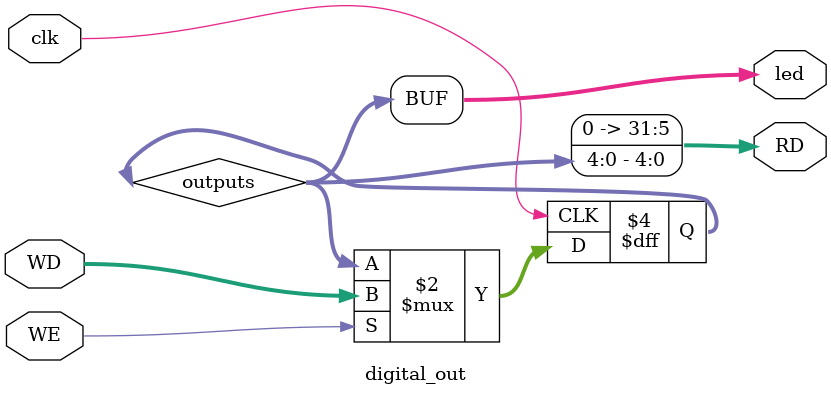
<source format=v>
`timescale 1ns / 1ps


module digital_out(
    input clk,
    input [4:0] WD,
    input WE,
    
    output [4:0] led,
    output [31:0] RD
);

    // Peripheral registers
    reg [4:0] outputs = 0;
    assign RD = outputs;
    
    // Assign led
    assign led = outputs[4:0];

    always @ (posedge clk)
        outputs <= WE ? WD : outputs;

endmodule

</source>
